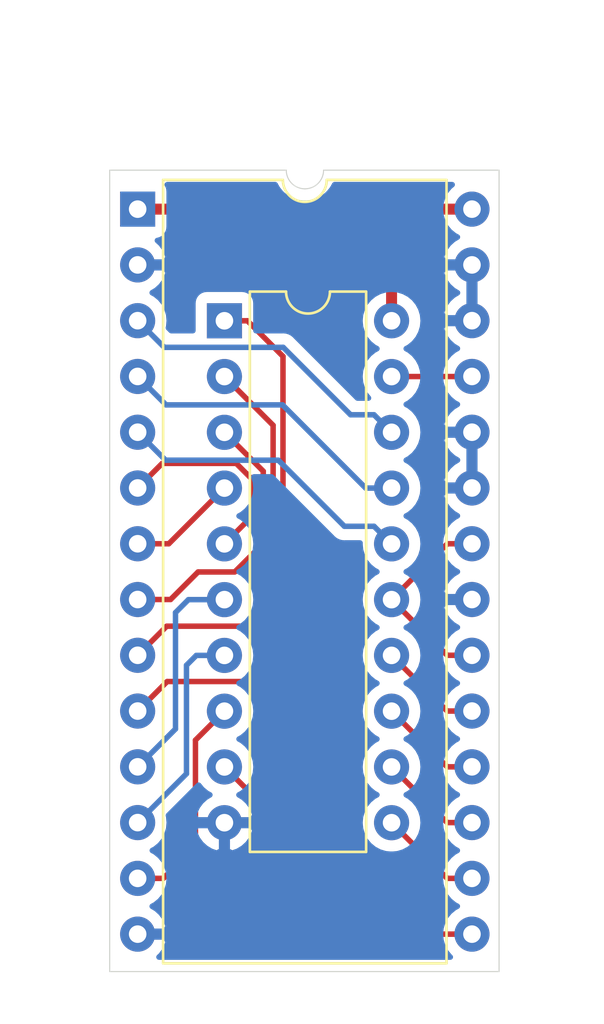
<source format=kicad_pcb>
(kicad_pcb (version 20171130) (host pcbnew "(5.1.4)-1")

  (general
    (thickness 1.6)
    (drawings 7)
    (tracks 71)
    (zones 0)
    (modules 2)
    (nets 21)
  )

  (page A4)
  (layers
    (0 F.Cu signal)
    (31 B.Cu signal)
    (32 B.Adhes user)
    (33 F.Adhes user)
    (34 B.Paste user)
    (35 F.Paste user)
    (36 B.SilkS user)
    (37 F.SilkS user)
    (38 B.Mask user)
    (39 F.Mask user)
    (40 Dwgs.User user)
    (41 Cmts.User user)
    (42 Eco1.User user)
    (43 Eco2.User user)
    (44 Edge.Cuts user)
    (45 Margin user)
    (46 B.CrtYd user)
    (47 F.CrtYd user)
    (48 B.Fab user)
    (49 F.Fab user)
  )

  (setup
    (last_trace_width 0.25)
    (trace_clearance 0.2)
    (zone_clearance 0.508)
    (zone_45_only no)
    (trace_min 0.2)
    (via_size 0.8)
    (via_drill 0.4)
    (via_min_size 0.4)
    (via_min_drill 0.3)
    (uvia_size 0.3)
    (uvia_drill 0.1)
    (uvias_allowed no)
    (uvia_min_size 0.2)
    (uvia_min_drill 0.1)
    (edge_width 0.05)
    (segment_width 0.2)
    (pcb_text_width 0.3)
    (pcb_text_size 1.5 1.5)
    (mod_edge_width 0.12)
    (mod_text_size 1 1)
    (mod_text_width 0.15)
    (pad_size 1.524 1.524)
    (pad_drill 0.762)
    (pad_to_mask_clearance 0.051)
    (solder_mask_min_width 0.25)
    (aux_axis_origin 0 0)
    (visible_elements FFFFFF7F)
    (pcbplotparams
      (layerselection 0x010fc_ffffffff)
      (usegerberextensions false)
      (usegerberattributes false)
      (usegerberadvancedattributes false)
      (creategerberjobfile false)
      (excludeedgelayer true)
      (linewidth 0.100000)
      (plotframeref false)
      (viasonmask false)
      (mode 1)
      (useauxorigin false)
      (hpglpennumber 1)
      (hpglpenspeed 20)
      (hpglpendiameter 15.000000)
      (psnegative false)
      (psa4output false)
      (plotreference true)
      (plotvalue true)
      (plotinvisibletext false)
      (padsonsilk false)
      (subtractmaskfromsilk false)
      (outputformat 1)
      (mirror false)
      (drillshape 0)
      (scaleselection 1)
      (outputdirectory "Gerbers/"))
  )

  (net 0 "")
  (net 1 +5V)
  (net 2 GND)
  (net 3 A8)
  (net 4 D3)
  (net 5 A7)
  (net 6 D2)
  (net 7 A6)
  (net 8 D1)
  (net 9 A5)
  (net 10 D0)
  (net 11 CE)
  (net 12 A4)
  (net 13 D7)
  (net 14 A3)
  (net 15 D6)
  (net 16 A2)
  (net 17 D5)
  (net 18 A1)
  (net 19 D4)
  (net 20 A0)

  (net_class Default "This is the default net class."
    (clearance 0.2)
    (trace_width 0.25)
    (via_dia 0.8)
    (via_drill 0.4)
    (uvia_dia 0.3)
    (uvia_drill 0.1)
    (add_net +5V)
    (add_net A0)
    (add_net A1)
    (add_net A2)
    (add_net A3)
    (add_net A4)
    (add_net A5)
    (add_net A6)
    (add_net A7)
    (add_net A8)
    (add_net CE)
    (add_net D0)
    (add_net D1)
    (add_net D2)
    (add_net D3)
    (add_net D4)
    (add_net D5)
    (add_net D6)
    (add_net D7)
    (add_net GND)
  )

  (module Housings_DIP:DIP-20_W7.62mm (layer F.Cu) (tedit 59C78D6B) (tstamp 60592323)
    (at 128.98 85.11)
    (descr "20-lead though-hole mounted DIP package, row spacing 7.62 mm (300 mils)")
    (tags "THT DIP DIL PDIP 2.54mm 7.62mm 300mil")
    (path /6059296A)
    (fp_text reference J1 (at 3.81 -2.33) (layer F.Fab)
      (effects (font (size 1 1) (thickness 0.15)))
    )
    (fp_text value Conn_02x10_Counter_Clockwise (at 3.81 25.19) (layer F.Fab)
      (effects (font (size 1 1) (thickness 0.15)))
    )
    (fp_text user %R (at 3.81 11.43) (layer F.Fab)
      (effects (font (size 1 1) (thickness 0.15)))
    )
    (fp_line (start 8.7 -1.55) (end -1.1 -1.55) (layer F.CrtYd) (width 0.05))
    (fp_line (start 8.7 24.4) (end 8.7 -1.55) (layer F.CrtYd) (width 0.05))
    (fp_line (start -1.1 24.4) (end 8.7 24.4) (layer F.CrtYd) (width 0.05))
    (fp_line (start -1.1 -1.55) (end -1.1 24.4) (layer F.CrtYd) (width 0.05))
    (fp_line (start 6.46 -1.33) (end 4.81 -1.33) (layer F.SilkS) (width 0.12))
    (fp_line (start 6.46 24.19) (end 6.46 -1.33) (layer F.SilkS) (width 0.12))
    (fp_line (start 1.16 24.19) (end 6.46 24.19) (layer F.SilkS) (width 0.12))
    (fp_line (start 1.16 -1.33) (end 1.16 24.19) (layer F.SilkS) (width 0.12))
    (fp_line (start 2.81 -1.33) (end 1.16 -1.33) (layer F.SilkS) (width 0.12))
    (fp_line (start 0.635 -0.27) (end 1.635 -1.27) (layer F.Fab) (width 0.1))
    (fp_line (start 0.635 24.13) (end 0.635 -0.27) (layer F.Fab) (width 0.1))
    (fp_line (start 6.985 24.13) (end 0.635 24.13) (layer F.Fab) (width 0.1))
    (fp_line (start 6.985 -1.27) (end 6.985 24.13) (layer F.Fab) (width 0.1))
    (fp_line (start 1.635 -1.27) (end 6.985 -1.27) (layer F.Fab) (width 0.1))
    (fp_arc (start 3.81 -1.33) (end 2.81 -1.33) (angle -180) (layer F.SilkS) (width 0.12))
    (pad 20 thru_hole oval (at 7.62 0) (size 1.6 1.6) (drill 0.8) (layers *.Cu *.Mask)
      (net 1 +5V))
    (pad 10 thru_hole oval (at 0 22.86) (size 1.6 1.6) (drill 0.8) (layers *.Cu *.Mask)
      (net 2 GND))
    (pad 19 thru_hole oval (at 7.62 2.54) (size 1.6 1.6) (drill 0.8) (layers *.Cu *.Mask)
      (net 3 A8))
    (pad 9 thru_hole oval (at 0 20.32) (size 1.6 1.6) (drill 0.8) (layers *.Cu *.Mask)
      (net 4 D3))
    (pad 18 thru_hole oval (at 7.62 5.08) (size 1.6 1.6) (drill 0.8) (layers *.Cu *.Mask)
      (net 5 A7))
    (pad 8 thru_hole oval (at 0 17.78) (size 1.6 1.6) (drill 0.8) (layers *.Cu *.Mask)
      (net 6 D2))
    (pad 17 thru_hole oval (at 7.62 7.62) (size 1.6 1.6) (drill 0.8) (layers *.Cu *.Mask)
      (net 7 A6))
    (pad 7 thru_hole oval (at 0 15.24) (size 1.6 1.6) (drill 0.8) (layers *.Cu *.Mask)
      (net 8 D1))
    (pad 16 thru_hole oval (at 7.62 10.16) (size 1.6 1.6) (drill 0.8) (layers *.Cu *.Mask)
      (net 9 A5))
    (pad 6 thru_hole oval (at 0 12.7) (size 1.6 1.6) (drill 0.8) (layers *.Cu *.Mask)
      (net 10 D0))
    (pad 15 thru_hole oval (at 7.62 12.7) (size 1.6 1.6) (drill 0.8) (layers *.Cu *.Mask)
      (net 11 CE))
    (pad 5 thru_hole oval (at 0 10.16) (size 1.6 1.6) (drill 0.8) (layers *.Cu *.Mask)
      (net 12 A4))
    (pad 14 thru_hole oval (at 7.62 15.24) (size 1.6 1.6) (drill 0.8) (layers *.Cu *.Mask)
      (net 13 D7))
    (pad 4 thru_hole oval (at 0 7.62) (size 1.6 1.6) (drill 0.8) (layers *.Cu *.Mask)
      (net 14 A3))
    (pad 13 thru_hole oval (at 7.62 17.78) (size 1.6 1.6) (drill 0.8) (layers *.Cu *.Mask)
      (net 15 D6))
    (pad 3 thru_hole oval (at 0 5.08) (size 1.6 1.6) (drill 0.8) (layers *.Cu *.Mask)
      (net 16 A2))
    (pad 12 thru_hole oval (at 7.62 20.32) (size 1.6 1.6) (drill 0.8) (layers *.Cu *.Mask)
      (net 17 D5))
    (pad 2 thru_hole oval (at 0 2.54) (size 1.6 1.6) (drill 0.8) (layers *.Cu *.Mask)
      (net 18 A1))
    (pad 11 thru_hole oval (at 7.62 22.86) (size 1.6 1.6) (drill 0.8) (layers *.Cu *.Mask)
      (net 19 D4))
    (pad 1 thru_hole rect (at 0 0) (size 1.6 1.6) (drill 0.8) (layers *.Cu *.Mask)
      (net 20 A0))
    (model ${KISYS3DMOD}/Housings_DIP.3dshapes/DIP-20_W7.62mm.wrl
      (at (xyz 0 0 0))
      (scale (xyz 1 1 1))
      (rotate (xyz 0 0 0))
    )
  )

  (module Housings_DIP:DIP-28_W15.24mm (layer F.Cu) (tedit 59C78D6C) (tstamp 60592353)
    (at 125.025001 80.025001)
    (descr "28-lead though-hole mounted DIP package, row spacing 15.24 mm (600 mils)")
    (tags "THT DIP DIL PDIP 2.54mm 15.24mm 600mil")
    (path /60591C4C)
    (fp_text reference U1 (at 7.62 -2.33) (layer F.Fab)
      (effects (font (size 1 1) (thickness 0.15)))
    )
    (fp_text value 27C256 (at 7.62 35.35) (layer F.Fab)
      (effects (font (size 1 1) (thickness 0.15)))
    )
    (fp_text user %R (at 7.62 16.51) (layer F.Fab)
      (effects (font (size 1 1) (thickness 0.15)))
    )
    (fp_line (start 16.3 -1.55) (end -1.05 -1.55) (layer F.CrtYd) (width 0.05))
    (fp_line (start 16.3 34.55) (end 16.3 -1.55) (layer F.CrtYd) (width 0.05))
    (fp_line (start -1.05 34.55) (end 16.3 34.55) (layer F.CrtYd) (width 0.05))
    (fp_line (start -1.05 -1.55) (end -1.05 34.55) (layer F.CrtYd) (width 0.05))
    (fp_line (start 14.08 -1.33) (end 8.62 -1.33) (layer F.SilkS) (width 0.12))
    (fp_line (start 14.08 34.35) (end 14.08 -1.33) (layer F.SilkS) (width 0.12))
    (fp_line (start 1.16 34.35) (end 14.08 34.35) (layer F.SilkS) (width 0.12))
    (fp_line (start 1.16 -1.33) (end 1.16 34.35) (layer F.SilkS) (width 0.12))
    (fp_line (start 6.62 -1.33) (end 1.16 -1.33) (layer F.SilkS) (width 0.12))
    (fp_line (start 0.255 -0.27) (end 1.255 -1.27) (layer F.Fab) (width 0.1))
    (fp_line (start 0.255 34.29) (end 0.255 -0.27) (layer F.Fab) (width 0.1))
    (fp_line (start 14.985 34.29) (end 0.255 34.29) (layer F.Fab) (width 0.1))
    (fp_line (start 14.985 -1.27) (end 14.985 34.29) (layer F.Fab) (width 0.1))
    (fp_line (start 1.255 -1.27) (end 14.985 -1.27) (layer F.Fab) (width 0.1))
    (fp_arc (start 7.62 -1.33) (end 6.62 -1.33) (angle -180) (layer F.SilkS) (width 0.12))
    (pad 28 thru_hole oval (at 15.24 0) (size 1.6 1.6) (drill 0.8) (layers *.Cu *.Mask)
      (net 1 +5V))
    (pad 14 thru_hole oval (at 0 33.02) (size 1.6 1.6) (drill 0.8) (layers *.Cu *.Mask)
      (net 2 GND))
    (pad 27 thru_hole oval (at 15.24 2.54) (size 1.6 1.6) (drill 0.8) (layers *.Cu *.Mask)
      (net 2 GND))
    (pad 13 thru_hole oval (at 0 30.48) (size 1.6 1.6) (drill 0.8) (layers *.Cu *.Mask)
      (net 6 D2))
    (pad 26 thru_hole oval (at 15.24 5.08) (size 1.6 1.6) (drill 0.8) (layers *.Cu *.Mask)
      (net 2 GND))
    (pad 12 thru_hole oval (at 0 27.94) (size 1.6 1.6) (drill 0.8) (layers *.Cu *.Mask)
      (net 8 D1))
    (pad 25 thru_hole oval (at 15.24 7.62) (size 1.6 1.6) (drill 0.8) (layers *.Cu *.Mask)
      (net 3 A8))
    (pad 11 thru_hole oval (at 0 25.4) (size 1.6 1.6) (drill 0.8) (layers *.Cu *.Mask)
      (net 10 D0))
    (pad 24 thru_hole oval (at 15.24 10.16) (size 1.6 1.6) (drill 0.8) (layers *.Cu *.Mask)
      (net 2 GND))
    (pad 10 thru_hole oval (at 0 22.86) (size 1.6 1.6) (drill 0.8) (layers *.Cu *.Mask)
      (net 20 A0))
    (pad 23 thru_hole oval (at 15.24 12.7) (size 1.6 1.6) (drill 0.8) (layers *.Cu *.Mask)
      (net 2 GND))
    (pad 9 thru_hole oval (at 0 20.32) (size 1.6 1.6) (drill 0.8) (layers *.Cu *.Mask)
      (net 18 A1))
    (pad 22 thru_hole oval (at 15.24 15.24) (size 1.6 1.6) (drill 0.8) (layers *.Cu *.Mask)
      (net 11 CE))
    (pad 8 thru_hole oval (at 0 17.78) (size 1.6 1.6) (drill 0.8) (layers *.Cu *.Mask)
      (net 16 A2))
    (pad 21 thru_hole oval (at 15.24 17.78) (size 1.6 1.6) (drill 0.8) (layers *.Cu *.Mask)
      (net 2 GND))
    (pad 7 thru_hole oval (at 0 15.24) (size 1.6 1.6) (drill 0.8) (layers *.Cu *.Mask)
      (net 14 A3))
    (pad 20 thru_hole oval (at 15.24 20.32) (size 1.6 1.6) (drill 0.8) (layers *.Cu *.Mask)
      (net 11 CE))
    (pad 6 thru_hole oval (at 0 12.7) (size 1.6 1.6) (drill 0.8) (layers *.Cu *.Mask)
      (net 12 A4))
    (pad 19 thru_hole oval (at 15.24 22.86) (size 1.6 1.6) (drill 0.8) (layers *.Cu *.Mask)
      (net 13 D7))
    (pad 5 thru_hole oval (at 0 10.16) (size 1.6 1.6) (drill 0.8) (layers *.Cu *.Mask)
      (net 9 A5))
    (pad 18 thru_hole oval (at 15.24 25.4) (size 1.6 1.6) (drill 0.8) (layers *.Cu *.Mask)
      (net 15 D6))
    (pad 4 thru_hole oval (at 0 7.62) (size 1.6 1.6) (drill 0.8) (layers *.Cu *.Mask)
      (net 7 A6))
    (pad 17 thru_hole oval (at 15.24 27.94) (size 1.6 1.6) (drill 0.8) (layers *.Cu *.Mask)
      (net 17 D5))
    (pad 3 thru_hole oval (at 0 5.08) (size 1.6 1.6) (drill 0.8) (layers *.Cu *.Mask)
      (net 5 A7))
    (pad 16 thru_hole oval (at 15.24 30.48) (size 1.6 1.6) (drill 0.8) (layers *.Cu *.Mask)
      (net 19 D4))
    (pad 2 thru_hole oval (at 0 2.54) (size 1.6 1.6) (drill 0.8) (layers *.Cu *.Mask)
      (net 2 GND))
    (pad 15 thru_hole oval (at 15.24 33.02) (size 1.6 1.6) (drill 0.8) (layers *.Cu *.Mask)
      (net 4 D3))
    (pad 1 thru_hole rect (at 0 0) (size 1.6 1.6) (drill 0.8) (layers *.Cu *.Mask)
      (net 1 +5V))
    (model ${KISYS3DMOD}/Housings_DIP.3dshapes/DIP-28_W15.24mm.wrl
      (at (xyz 0 0 0))
      (scale (xyz 1 1 1))
      (rotate (xyz 0 0 0))
    )
  )

  (gr_line (start 141.5 78.25) (end 133.5 78.25) (layer Edge.Cuts) (width 0.05) (tstamp 605BB2D5))
  (gr_arc (start 132.65 78.25) (end 131.8 78.25) (angle -90) (layer Edge.Cuts) (width 0.05) (tstamp 605BB2C7))
  (gr_arc (start 132.65 78.25) (end 132.65 79.1) (angle -90) (layer Edge.Cuts) (width 0.05))
  (gr_line (start 123.75 78.25) (end 123.75 114.75) (layer Edge.Cuts) (width 0.05) (tstamp 605BB2C5))
  (gr_line (start 131.8 78.25) (end 123.75 78.25) (layer Edge.Cuts) (width 0.05))
  (gr_line (start 141.5 114.75) (end 141.5 78.25) (layer Edge.Cuts) (width 0.05))
  (gr_line (start 123.75 114.75) (end 141.5 114.75) (layer Edge.Cuts) (width 0.05))

  (segment (start 140.265001 80.025001) (end 137.174999 80.025001) (width 0.5) (layer F.Cu) (net 1))
  (segment (start 136.6 80.6) (end 136.6 85.11) (width 0.5) (layer F.Cu) (net 1))
  (segment (start 137.174999 80.025001) (end 136.6 80.6) (width 0.5) (layer F.Cu) (net 1))
  (segment (start 137.174999 80.025001) (end 125.025001 80.025001) (width 0.5) (layer F.Cu) (net 1))
  (segment (start 140.260002 87.65) (end 140.265001 87.645001) (width 0.25) (layer F.Cu) (net 3))
  (segment (start 136.6 87.65) (end 140.260002 87.65) (width 0.25) (layer F.Cu) (net 3))
  (segment (start 136.595001 113.045001) (end 131.23 107.68) (width 0.25) (layer F.Cu) (net 4))
  (segment (start 140.265001 113.045001) (end 136.595001 113.045001) (width 0.25) (layer F.Cu) (net 4))
  (segment (start 131.23 107.68) (end 128.98 105.43) (width 0.25) (layer F.Cu) (net 4))
  (segment (start 135.800001 89.390001) (end 134.730001 89.390001) (width 0.25) (layer B.Cu) (net 5))
  (segment (start 136.6 90.19) (end 135.800001 89.390001) (width 0.25) (layer B.Cu) (net 5))
  (segment (start 134.730001 89.390001) (end 131.66 86.32) (width 0.25) (layer B.Cu) (net 5))
  (segment (start 126.24 86.32) (end 125.025001 85.105001) (width 0.25) (layer B.Cu) (net 5))
  (segment (start 131.66 86.32) (end 126.24 86.32) (width 0.25) (layer B.Cu) (net 5))
  (segment (start 126.194999 110.505001) (end 125.025001 110.505001) (width 0.25) (layer F.Cu) (net 6))
  (segment (start 127.66 109.04) (end 126.194999 110.505001) (width 0.25) (layer F.Cu) (net 6))
  (segment (start 128.98 102.89) (end 127.66 104.21) (width 0.25) (layer F.Cu) (net 6))
  (segment (start 127.66 104.21) (end 127.66 109.04) (width 0.25) (layer F.Cu) (net 6))
  (segment (start 136.6 92.73) (end 135.42 92.73) (width 0.25) (layer B.Cu) (net 7))
  (segment (start 135.42 92.73) (end 131.63 88.94) (width 0.25) (layer B.Cu) (net 7))
  (segment (start 126.32 88.94) (end 125.025001 87.645001) (width 0.25) (layer B.Cu) (net 7))
  (segment (start 131.63 88.94) (end 126.32 88.94) (width 0.25) (layer B.Cu) (net 7))
  (segment (start 125.025001 107.965001) (end 127.25 105.740002) (width 0.25) (layer B.Cu) (net 8))
  (segment (start 127.25 105.740002) (end 127.25 100.8) (width 0.25) (layer B.Cu) (net 8))
  (segment (start 127.7 100.35) (end 128.98 100.35) (width 0.25) (layer B.Cu) (net 8))
  (segment (start 127.25 100.8) (end 127.7 100.35) (width 0.25) (layer B.Cu) (net 8))
  (segment (start 135.800001 94.470001) (end 134.450001 94.470001) (width 0.25) (layer B.Cu) (net 9))
  (segment (start 136.6 95.27) (end 135.800001 94.470001) (width 0.25) (layer B.Cu) (net 9))
  (segment (start 134.450001 94.470001) (end 131.44 91.46) (width 0.25) (layer B.Cu) (net 9))
  (segment (start 126.3 91.46) (end 125.025001 90.185001) (width 0.25) (layer B.Cu) (net 9))
  (segment (start 131.44 91.46) (end 126.3 91.46) (width 0.25) (layer B.Cu) (net 9))
  (segment (start 126.75 103.700002) (end 125.025001 105.425001) (width 0.25) (layer B.Cu) (net 10))
  (segment (start 126.75 98.4) (end 126.75 103.700002) (width 0.25) (layer B.Cu) (net 10))
  (segment (start 128.98 97.81) (end 127.34 97.81) (width 0.25) (layer B.Cu) (net 10))
  (segment (start 127.34 97.81) (end 126.75 98.4) (width 0.25) (layer B.Cu) (net 10))
  (segment (start 139.144999 95.265001) (end 140.265001 95.265001) (width 0.25) (layer F.Cu) (net 11))
  (segment (start 136.6 97.81) (end 139.144999 95.265001) (width 0.25) (layer F.Cu) (net 11))
  (segment (start 139.135001 100.345001) (end 140.265001 100.345001) (width 0.25) (layer F.Cu) (net 11))
  (segment (start 136.6 97.81) (end 139.135001 100.345001) (width 0.25) (layer F.Cu) (net 11))
  (segment (start 129.520001 91.604999) (end 130.3 92.384998) (width 0.25) (layer F.Cu) (net 12))
  (segment (start 125.025001 92.725001) (end 126.145003 91.604999) (width 0.25) (layer F.Cu) (net 12))
  (segment (start 126.145003 91.604999) (end 129.520001 91.604999) (width 0.25) (layer F.Cu) (net 12))
  (segment (start 130.3 93.95) (end 128.98 95.27) (width 0.25) (layer F.Cu) (net 12))
  (segment (start 130.3 92.384998) (end 130.3 93.95) (width 0.25) (layer F.Cu) (net 12))
  (segment (start 139.135001 102.885001) (end 140.265001 102.885001) (width 0.25) (layer F.Cu) (net 13))
  (segment (start 136.6 100.35) (end 139.135001 102.885001) (width 0.25) (layer F.Cu) (net 13))
  (segment (start 126.444999 95.265001) (end 125.025001 95.265001) (width 0.25) (layer F.Cu) (net 14))
  (segment (start 128.98 92.73) (end 126.444999 95.265001) (width 0.25) (layer F.Cu) (net 14))
  (segment (start 139.135001 105.425001) (end 140.265001 105.425001) (width 0.25) (layer F.Cu) (net 15))
  (segment (start 136.6 102.89) (end 139.135001 105.425001) (width 0.25) (layer F.Cu) (net 15))
  (segment (start 126.524999 97.805001) (end 125.025001 97.805001) (width 0.25) (layer F.Cu) (net 16))
  (segment (start 127.78 96.55) (end 126.524999 97.805001) (width 0.25) (layer F.Cu) (net 16))
  (segment (start 129.45 96.55) (end 127.78 96.55) (width 0.25) (layer F.Cu) (net 16))
  (segment (start 130.75001 95.24999) (end 129.45 96.55) (width 0.25) (layer F.Cu) (net 16))
  (segment (start 128.98 90.19) (end 130.75001 91.96001) (width 0.25) (layer F.Cu) (net 16))
  (segment (start 130.75001 91.96001) (end 130.75001 95.24999) (width 0.25) (layer F.Cu) (net 16))
  (segment (start 139.135001 107.965001) (end 140.265001 107.965001) (width 0.25) (layer F.Cu) (net 17))
  (segment (start 136.6 105.43) (end 139.135001 107.965001) (width 0.25) (layer F.Cu) (net 17))
  (segment (start 126.350002 99.02) (end 125.025001 100.345001) (width 0.25) (layer F.Cu) (net 18))
  (segment (start 129.93 99.02) (end 126.350002 99.02) (width 0.25) (layer F.Cu) (net 18))
  (segment (start 131.20002 97.74998) (end 129.93 99.02) (width 0.25) (layer F.Cu) (net 18))
  (segment (start 128.98 87.65) (end 131.20002 89.87002) (width 0.25) (layer F.Cu) (net 18))
  (segment (start 131.20002 89.87002) (end 131.20002 97.74998) (width 0.25) (layer F.Cu) (net 18))
  (segment (start 139.135001 110.505001) (end 140.265001 110.505001) (width 0.25) (layer F.Cu) (net 19))
  (segment (start 136.6 107.97) (end 139.135001 110.505001) (width 0.25) (layer F.Cu) (net 19))
  (segment (start 126.370002 101.54) (end 125.025001 102.885001) (width 0.25) (layer F.Cu) (net 20))
  (segment (start 130.12 101.54) (end 126.370002 101.54) (width 0.25) (layer F.Cu) (net 20))
  (segment (start 131.65003 100.00997) (end 130.12 101.54) (width 0.25) (layer F.Cu) (net 20))
  (segment (start 131.65003 86.73003) (end 131.65003 100.00997) (width 0.25) (layer F.Cu) (net 20))
  (segment (start 128.98 85.11) (end 130.03 85.11) (width 0.25) (layer F.Cu) (net 20))
  (segment (start 130.03 85.11) (end 131.65003 86.73003) (width 0.25) (layer F.Cu) (net 20))

  (zone (net 2) (net_name GND) (layer B.Cu) (tstamp 605BB4BB) (hatch edge 0.508)
    (connect_pads (clearance 0.508))
    (min_thickness 0.254)
    (fill yes (arc_segments 32) (thermal_gap 0.508) (thermal_bridge_width 0.508))
    (polygon
      (pts
        (xy 143.1 116.8) (xy 121.6 117.15) (xy 118.75 70.5) (xy 146.3 71.7)
      )
    )
    (filled_polygon
      (pts
        (xy 131.36475 79.039226) (xy 131.398185 79.088795) (xy 131.430955 79.138873) (xy 131.43678 79.146014) (xy 131.542523 79.273836)
        (xy 131.584957 79.315975) (xy 131.62682 79.358724) (xy 131.633921 79.364598) (xy 131.762477 79.469446) (xy 131.812288 79.50254)
        (xy 131.86166 79.536346) (xy 131.869766 79.540729) (xy 132.016239 79.61861) (xy 132.07154 79.641403) (xy 132.126525 79.66497)
        (xy 132.135329 79.667695) (xy 132.294139 79.715643) (xy 132.352824 79.727263) (xy 132.411332 79.739699) (xy 132.420495 79.740662)
        (xy 132.420497 79.740662) (xy 132.585596 79.75685) (xy 132.614443 79.75685) (xy 132.643121 79.759964) (xy 132.652336 79.759996)
        (xy 132.65827 79.759975) (xy 132.686936 79.757062) (xy 132.71575 79.757263) (xy 132.724922 79.756364) (xy 132.889904 79.739024)
        (xy 132.948536 79.726989) (xy 133.00726 79.715787) (xy 133.01608 79.713124) (xy 133.016086 79.713122) (xy 133.174554 79.664068)
        (xy 133.229692 79.64089) (xy 133.285164 79.618478) (xy 133.2933 79.614152) (xy 133.439226 79.53525) (xy 133.488795 79.501815)
        (xy 133.538873 79.469045) (xy 133.546014 79.46322) (xy 133.673836 79.357477) (xy 133.715975 79.315043) (xy 133.758724 79.27318)
        (xy 133.764598 79.266079) (xy 133.869446 79.137523) (xy 133.90254 79.087712) (xy 133.936346 79.03834) (xy 133.940729 79.030234)
        (xy 134.004658 78.91) (xy 139.36163 78.91) (xy 139.245393 79.005393) (xy 139.066069 79.2239) (xy 138.932819 79.473193)
        (xy 138.850765 79.743692) (xy 138.823058 80.025001) (xy 138.850765 80.30631) (xy 138.932819 80.576809) (xy 139.066069 80.826102)
        (xy 139.245393 81.044609) (xy 139.4639 81.223933) (xy 139.601683 81.29758) (xy 139.40987 81.412616) (xy 139.201482 81.601587)
        (xy 139.033964 81.827581) (xy 138.913755 82.081914) (xy 138.873097 82.215962) (xy 138.995086 82.438001) (xy 140.138001 82.438001)
        (xy 140.138001 82.418001) (xy 140.392001 82.418001) (xy 140.392001 82.438001) (xy 140.412001 82.438001) (xy 140.412001 82.692001)
        (xy 140.392001 82.692001) (xy 140.392001 84.978001) (xy 140.412001 84.978001) (xy 140.412001 85.232001) (xy 140.392001 85.232001)
        (xy 140.392001 85.252001) (xy 140.138001 85.252001) (xy 140.138001 85.232001) (xy 138.995086 85.232001) (xy 138.873097 85.45404)
        (xy 138.913755 85.588088) (xy 139.033964 85.842421) (xy 139.201482 86.068415) (xy 139.40987 86.257386) (xy 139.601683 86.372422)
        (xy 139.4639 86.446069) (xy 139.245393 86.625393) (xy 139.066069 86.8439) (xy 138.932819 87.093193) (xy 138.850765 87.363692)
        (xy 138.823058 87.645001) (xy 138.850765 87.92631) (xy 138.932819 88.196809) (xy 139.066069 88.446102) (xy 139.245393 88.664609)
        (xy 139.4639 88.843933) (xy 139.601683 88.91758) (xy 139.40987 89.032616) (xy 139.201482 89.221587) (xy 139.033964 89.447581)
        (xy 138.913755 89.701914) (xy 138.873097 89.835962) (xy 138.995086 90.058001) (xy 140.138001 90.058001) (xy 140.138001 90.038001)
        (xy 140.392001 90.038001) (xy 140.392001 90.058001) (xy 140.412001 90.058001) (xy 140.412001 90.312001) (xy 140.392001 90.312001)
        (xy 140.392001 92.598001) (xy 140.412001 92.598001) (xy 140.412001 92.852001) (xy 140.392001 92.852001) (xy 140.392001 92.872001)
        (xy 140.138001 92.872001) (xy 140.138001 92.852001) (xy 138.995086 92.852001) (xy 138.873097 93.07404) (xy 138.913755 93.208088)
        (xy 139.033964 93.462421) (xy 139.201482 93.688415) (xy 139.40987 93.877386) (xy 139.601683 93.992422) (xy 139.4639 94.066069)
        (xy 139.245393 94.245393) (xy 139.066069 94.4639) (xy 138.932819 94.713193) (xy 138.850765 94.983692) (xy 138.823058 95.265001)
        (xy 138.850765 95.54631) (xy 138.932819 95.816809) (xy 139.066069 96.066102) (xy 139.245393 96.284609) (xy 139.4639 96.463933)
        (xy 139.601683 96.53758) (xy 139.40987 96.652616) (xy 139.201482 96.841587) (xy 139.033964 97.067581) (xy 138.913755 97.321914)
        (xy 138.873097 97.455962) (xy 138.995086 97.678001) (xy 140.138001 97.678001) (xy 140.138001 97.658001) (xy 140.392001 97.658001)
        (xy 140.392001 97.678001) (xy 140.412001 97.678001) (xy 140.412001 97.932001) (xy 140.392001 97.932001) (xy 140.392001 97.952001)
        (xy 140.138001 97.952001) (xy 140.138001 97.932001) (xy 138.995086 97.932001) (xy 138.873097 98.15404) (xy 138.913755 98.288088)
        (xy 139.033964 98.542421) (xy 139.201482 98.768415) (xy 139.40987 98.957386) (xy 139.601683 99.072422) (xy 139.4639 99.146069)
        (xy 139.245393 99.325393) (xy 139.066069 99.5439) (xy 138.932819 99.793193) (xy 138.850765 100.063692) (xy 138.823058 100.345001)
        (xy 138.850765 100.62631) (xy 138.932819 100.896809) (xy 139.066069 101.146102) (xy 139.245393 101.364609) (xy 139.4639 101.543933)
        (xy 139.596859 101.615001) (xy 139.4639 101.686069) (xy 139.245393 101.865393) (xy 139.066069 102.0839) (xy 138.932819 102.333193)
        (xy 138.850765 102.603692) (xy 138.823058 102.885001) (xy 138.850765 103.16631) (xy 138.932819 103.436809) (xy 139.066069 103.686102)
        (xy 139.245393 103.904609) (xy 139.4639 104.083933) (xy 139.596859 104.155001) (xy 139.4639 104.226069) (xy 139.245393 104.405393)
        (xy 139.066069 104.6239) (xy 138.932819 104.873193) (xy 138.850765 105.143692) (xy 138.823058 105.425001) (xy 138.850765 105.70631)
        (xy 138.932819 105.976809) (xy 139.066069 106.226102) (xy 139.245393 106.444609) (xy 139.4639 106.623933) (xy 139.596859 106.695001)
        (xy 139.4639 106.766069) (xy 139.245393 106.945393) (xy 139.066069 107.1639) (xy 138.932819 107.413193) (xy 138.850765 107.683692)
        (xy 138.823058 107.965001) (xy 138.850765 108.24631) (xy 138.932819 108.516809) (xy 139.066069 108.766102) (xy 139.245393 108.984609)
        (xy 139.4639 109.163933) (xy 139.596859 109.235001) (xy 139.4639 109.306069) (xy 139.245393 109.485393) (xy 139.066069 109.7039)
        (xy 138.932819 109.953193) (xy 138.850765 110.223692) (xy 138.823058 110.505001) (xy 138.850765 110.78631) (xy 138.932819 111.056809)
        (xy 139.066069 111.306102) (xy 139.245393 111.524609) (xy 139.4639 111.703933) (xy 139.596859 111.775001) (xy 139.4639 111.846069)
        (xy 139.245393 112.025393) (xy 139.066069 112.2439) (xy 138.932819 112.493193) (xy 138.850765 112.763692) (xy 138.823058 113.045001)
        (xy 138.850765 113.32631) (xy 138.932819 113.596809) (xy 139.066069 113.846102) (xy 139.245393 114.064609) (xy 139.276332 114.09)
        (xy 125.998552 114.09) (xy 126.08852 114.008415) (xy 126.256038 113.782421) (xy 126.376247 113.528088) (xy 126.416905 113.39404)
        (xy 126.294916 113.172001) (xy 125.152001 113.172001) (xy 125.152001 113.192001) (xy 124.898001 113.192001) (xy 124.898001 113.172001)
        (xy 124.878001 113.172001) (xy 124.878001 112.918001) (xy 124.898001 112.918001) (xy 124.898001 112.898001) (xy 125.152001 112.898001)
        (xy 125.152001 112.918001) (xy 126.294916 112.918001) (xy 126.416905 112.695962) (xy 126.376247 112.561914) (xy 126.256038 112.307581)
        (xy 126.08852 112.081587) (xy 125.880132 111.892616) (xy 125.688319 111.77758) (xy 125.826102 111.703933) (xy 126.044609 111.524609)
        (xy 126.223933 111.306102) (xy 126.357183 111.056809) (xy 126.439237 110.78631) (xy 126.466944 110.505001) (xy 126.439237 110.223692)
        (xy 126.357183 109.953193) (xy 126.223933 109.7039) (xy 126.044609 109.485393) (xy 125.826102 109.306069) (xy 125.693143 109.235001)
        (xy 125.826102 109.163933) (xy 126.044609 108.984609) (xy 126.223933 108.766102) (xy 126.357183 108.516809) (xy 126.417175 108.319039)
        (xy 127.588096 108.319039) (xy 127.628754 108.453087) (xy 127.748963 108.70742) (xy 127.916481 108.933414) (xy 128.124869 109.122385)
        (xy 128.366119 109.26707) (xy 128.63096 109.361909) (xy 128.853 109.240624) (xy 128.853 108.097) (xy 129.107 108.097)
        (xy 129.107 109.240624) (xy 129.32904 109.361909) (xy 129.593881 109.26707) (xy 129.835131 109.122385) (xy 130.043519 108.933414)
        (xy 130.211037 108.70742) (xy 130.331246 108.453087) (xy 130.371904 108.319039) (xy 130.249915 108.097) (xy 129.107 108.097)
        (xy 128.853 108.097) (xy 127.710085 108.097) (xy 127.588096 108.319039) (xy 126.417175 108.319039) (xy 126.439237 108.24631)
        (xy 126.466944 107.965001) (xy 126.439237 107.683692) (xy 126.425709 107.639095) (xy 127.761004 106.3038) (xy 127.790001 106.280003)
        (xy 127.805601 106.260994) (xy 127.960392 106.449608) (xy 128.178899 106.628932) (xy 128.316682 106.702579) (xy 128.124869 106.817615)
        (xy 127.916481 107.006586) (xy 127.748963 107.23258) (xy 127.628754 107.486913) (xy 127.588096 107.620961) (xy 127.710085 107.843)
        (xy 128.853 107.843) (xy 128.853 107.823) (xy 129.107 107.823) (xy 129.107 107.843) (xy 130.249915 107.843)
        (xy 130.371904 107.620961) (xy 130.331246 107.486913) (xy 130.211037 107.23258) (xy 130.043519 107.006586) (xy 129.835131 106.817615)
        (xy 129.643318 106.702579) (xy 129.781101 106.628932) (xy 129.999608 106.449608) (xy 130.178932 106.231101) (xy 130.312182 105.981808)
        (xy 130.394236 105.711309) (xy 130.421943 105.43) (xy 130.394236 105.148691) (xy 130.312182 104.878192) (xy 130.178932 104.628899)
        (xy 129.999608 104.410392) (xy 129.781101 104.231068) (xy 129.648142 104.16) (xy 129.781101 104.088932) (xy 129.999608 103.909608)
        (xy 130.178932 103.691101) (xy 130.312182 103.441808) (xy 130.394236 103.171309) (xy 130.421943 102.89) (xy 130.394236 102.608691)
        (xy 130.312182 102.338192) (xy 130.178932 102.088899) (xy 129.999608 101.870392) (xy 129.781101 101.691068) (xy 129.648142 101.62)
        (xy 129.781101 101.548932) (xy 129.999608 101.369608) (xy 130.178932 101.151101) (xy 130.312182 100.901808) (xy 130.394236 100.631309)
        (xy 130.421943 100.35) (xy 130.394236 100.068691) (xy 130.312182 99.798192) (xy 130.178932 99.548899) (xy 129.999608 99.330392)
        (xy 129.781101 99.151068) (xy 129.648142 99.08) (xy 129.781101 99.008932) (xy 129.999608 98.829608) (xy 130.178932 98.611101)
        (xy 130.312182 98.361808) (xy 130.394236 98.091309) (xy 130.421943 97.81) (xy 130.394236 97.528691) (xy 130.312182 97.258192)
        (xy 130.178932 97.008899) (xy 129.999608 96.790392) (xy 129.781101 96.611068) (xy 129.648142 96.54) (xy 129.781101 96.468932)
        (xy 129.999608 96.289608) (xy 130.178932 96.071101) (xy 130.312182 95.821808) (xy 130.394236 95.551309) (xy 130.421943 95.27)
        (xy 130.394236 94.988691) (xy 130.312182 94.718192) (xy 130.178932 94.468899) (xy 129.999608 94.250392) (xy 129.781101 94.071068)
        (xy 129.648142 94) (xy 129.781101 93.928932) (xy 129.999608 93.749608) (xy 130.178932 93.531101) (xy 130.312182 93.281808)
        (xy 130.394236 93.011309) (xy 130.421943 92.73) (xy 130.394236 92.448691) (xy 130.324864 92.22) (xy 131.125199 92.22)
        (xy 133.886201 94.981003) (xy 133.91 95.010002) (xy 134.025725 95.104975) (xy 134.157754 95.175547) (xy 134.301015 95.219004)
        (xy 134.412668 95.230001) (xy 134.412677 95.230001) (xy 134.45 95.233677) (xy 134.487323 95.230001) (xy 135.161997 95.230001)
        (xy 135.158057 95.27) (xy 135.185764 95.551309) (xy 135.267818 95.821808) (xy 135.401068 96.071101) (xy 135.580392 96.289608)
        (xy 135.798899 96.468932) (xy 135.931858 96.54) (xy 135.798899 96.611068) (xy 135.580392 96.790392) (xy 135.401068 97.008899)
        (xy 135.267818 97.258192) (xy 135.185764 97.528691) (xy 135.158057 97.81) (xy 135.185764 98.091309) (xy 135.267818 98.361808)
        (xy 135.401068 98.611101) (xy 135.580392 98.829608) (xy 135.798899 99.008932) (xy 135.931858 99.08) (xy 135.798899 99.151068)
        (xy 135.580392 99.330392) (xy 135.401068 99.548899) (xy 135.267818 99.798192) (xy 135.185764 100.068691) (xy 135.158057 100.35)
        (xy 135.185764 100.631309) (xy 135.267818 100.901808) (xy 135.401068 101.151101) (xy 135.580392 101.369608) (xy 135.798899 101.548932)
        (xy 135.931858 101.62) (xy 135.798899 101.691068) (xy 135.580392 101.870392) (xy 135.401068 102.088899) (xy 135.267818 102.338192)
        (xy 135.185764 102.608691) (xy 135.158057 102.89) (xy 135.185764 103.171309) (xy 135.267818 103.441808) (xy 135.401068 103.691101)
        (xy 135.580392 103.909608) (xy 135.798899 104.088932) (xy 135.931858 104.16) (xy 135.798899 104.231068) (xy 135.580392 104.410392)
        (xy 135.401068 104.628899) (xy 135.267818 104.878192) (xy 135.185764 105.148691) (xy 135.158057 105.43) (xy 135.185764 105.711309)
        (xy 135.267818 105.981808) (xy 135.401068 106.231101) (xy 135.580392 106.449608) (xy 135.798899 106.628932) (xy 135.931858 106.7)
        (xy 135.798899 106.771068) (xy 135.580392 106.950392) (xy 135.401068 107.168899) (xy 135.267818 107.418192) (xy 135.185764 107.688691)
        (xy 135.158057 107.97) (xy 135.185764 108.251309) (xy 135.267818 108.521808) (xy 135.401068 108.771101) (xy 135.580392 108.989608)
        (xy 135.798899 109.168932) (xy 136.048192 109.302182) (xy 136.318691 109.384236) (xy 136.529508 109.405) (xy 136.670492 109.405)
        (xy 136.881309 109.384236) (xy 137.151808 109.302182) (xy 137.401101 109.168932) (xy 137.619608 108.989608) (xy 137.798932 108.771101)
        (xy 137.932182 108.521808) (xy 138.014236 108.251309) (xy 138.041943 107.97) (xy 138.014236 107.688691) (xy 137.932182 107.418192)
        (xy 137.798932 107.168899) (xy 137.619608 106.950392) (xy 137.401101 106.771068) (xy 137.268142 106.7) (xy 137.401101 106.628932)
        (xy 137.619608 106.449608) (xy 137.798932 106.231101) (xy 137.932182 105.981808) (xy 138.014236 105.711309) (xy 138.041943 105.43)
        (xy 138.014236 105.148691) (xy 137.932182 104.878192) (xy 137.798932 104.628899) (xy 137.619608 104.410392) (xy 137.401101 104.231068)
        (xy 137.268142 104.16) (xy 137.401101 104.088932) (xy 137.619608 103.909608) (xy 137.798932 103.691101) (xy 137.932182 103.441808)
        (xy 138.014236 103.171309) (xy 138.041943 102.89) (xy 138.014236 102.608691) (xy 137.932182 102.338192) (xy 137.798932 102.088899)
        (xy 137.619608 101.870392) (xy 137.401101 101.691068) (xy 137.268142 101.62) (xy 137.401101 101.548932) (xy 137.619608 101.369608)
        (xy 137.798932 101.151101) (xy 137.932182 100.901808) (xy 138.014236 100.631309) (xy 138.041943 100.35) (xy 138.014236 100.068691)
        (xy 137.932182 99.798192) (xy 137.798932 99.548899) (xy 137.619608 99.330392) (xy 137.401101 99.151068) (xy 137.268142 99.08)
        (xy 137.401101 99.008932) (xy 137.619608 98.829608) (xy 137.798932 98.611101) (xy 137.932182 98.361808) (xy 138.014236 98.091309)
        (xy 138.041943 97.81) (xy 138.014236 97.528691) (xy 137.932182 97.258192) (xy 137.798932 97.008899) (xy 137.619608 96.790392)
        (xy 137.401101 96.611068) (xy 137.268142 96.54) (xy 137.401101 96.468932) (xy 137.619608 96.289608) (xy 137.798932 96.071101)
        (xy 137.932182 95.821808) (xy 138.014236 95.551309) (xy 138.041943 95.27) (xy 138.014236 94.988691) (xy 137.932182 94.718192)
        (xy 137.798932 94.468899) (xy 137.619608 94.250392) (xy 137.401101 94.071068) (xy 137.268142 94) (xy 137.401101 93.928932)
        (xy 137.619608 93.749608) (xy 137.798932 93.531101) (xy 137.932182 93.281808) (xy 138.014236 93.011309) (xy 138.041943 92.73)
        (xy 138.014236 92.448691) (xy 137.932182 92.178192) (xy 137.798932 91.928899) (xy 137.619608 91.710392) (xy 137.401101 91.531068)
        (xy 137.268142 91.46) (xy 137.401101 91.388932) (xy 137.619608 91.209608) (xy 137.798932 90.991101) (xy 137.932182 90.741808)
        (xy 137.995206 90.53404) (xy 138.873097 90.53404) (xy 138.913755 90.668088) (xy 139.033964 90.922421) (xy 139.201482 91.148415)
        (xy 139.40987 91.337386) (xy 139.605983 91.455001) (xy 139.40987 91.572616) (xy 139.201482 91.761587) (xy 139.033964 91.987581)
        (xy 138.913755 92.241914) (xy 138.873097 92.375962) (xy 138.995086 92.598001) (xy 140.138001 92.598001) (xy 140.138001 90.312001)
        (xy 138.995086 90.312001) (xy 138.873097 90.53404) (xy 137.995206 90.53404) (xy 138.014236 90.471309) (xy 138.041943 90.19)
        (xy 138.014236 89.908691) (xy 137.932182 89.638192) (xy 137.798932 89.388899) (xy 137.619608 89.170392) (xy 137.401101 88.991068)
        (xy 137.268142 88.92) (xy 137.401101 88.848932) (xy 137.619608 88.669608) (xy 137.798932 88.451101) (xy 137.932182 88.201808)
        (xy 138.014236 87.931309) (xy 138.041943 87.65) (xy 138.014236 87.368691) (xy 137.932182 87.098192) (xy 137.798932 86.848899)
        (xy 137.619608 86.630392) (xy 137.401101 86.451068) (xy 137.268142 86.38) (xy 137.401101 86.308932) (xy 137.619608 86.129608)
        (xy 137.798932 85.911101) (xy 137.932182 85.661808) (xy 138.014236 85.391309) (xy 138.041943 85.11) (xy 138.014236 84.828691)
        (xy 137.932182 84.558192) (xy 137.798932 84.308899) (xy 137.619608 84.090392) (xy 137.401101 83.911068) (xy 137.151808 83.777818)
        (xy 136.881309 83.695764) (xy 136.670492 83.675) (xy 136.529508 83.675) (xy 136.318691 83.695764) (xy 136.048192 83.777818)
        (xy 135.798899 83.911068) (xy 135.580392 84.090392) (xy 135.401068 84.308899) (xy 135.267818 84.558192) (xy 135.185764 84.828691)
        (xy 135.158057 85.11) (xy 135.185764 85.391309) (xy 135.267818 85.661808) (xy 135.401068 85.911101) (xy 135.580392 86.129608)
        (xy 135.798899 86.308932) (xy 135.931858 86.38) (xy 135.798899 86.451068) (xy 135.580392 86.630392) (xy 135.401068 86.848899)
        (xy 135.267818 87.098192) (xy 135.185764 87.368691) (xy 135.158057 87.65) (xy 135.185764 87.931309) (xy 135.267818 88.201808)
        (xy 135.401068 88.451101) (xy 135.547887 88.630001) (xy 135.044803 88.630001) (xy 132.223804 85.809003) (xy 132.200001 85.779999)
        (xy 132.084276 85.685026) (xy 131.952247 85.614454) (xy 131.808986 85.570997) (xy 131.697333 85.56) (xy 131.697322 85.56)
        (xy 131.66 85.556324) (xy 131.622678 85.56) (xy 130.418072 85.56) (xy 130.418072 84.31) (xy 130.405812 84.185518)
        (xy 130.369502 84.06582) (xy 130.310537 83.955506) (xy 130.231185 83.858815) (xy 130.134494 83.779463) (xy 130.02418 83.720498)
        (xy 129.904482 83.684188) (xy 129.78 83.671928) (xy 128.18 83.671928) (xy 128.055518 83.684188) (xy 127.93582 83.720498)
        (xy 127.825506 83.779463) (xy 127.728815 83.858815) (xy 127.649463 83.955506) (xy 127.590498 84.06582) (xy 127.554188 84.185518)
        (xy 127.541928 84.31) (xy 127.541928 85.56) (xy 126.554802 85.56) (xy 126.425709 85.430907) (xy 126.439237 85.38631)
        (xy 126.466944 85.105001) (xy 126.439237 84.823692) (xy 126.357183 84.553193) (xy 126.223933 84.3039) (xy 126.044609 84.085393)
        (xy 125.826102 83.906069) (xy 125.688319 83.832422) (xy 125.880132 83.717386) (xy 126.08852 83.528415) (xy 126.256038 83.302421)
        (xy 126.376247 83.048088) (xy 126.416905 82.91404) (xy 138.873097 82.91404) (xy 138.913755 83.048088) (xy 139.033964 83.302421)
        (xy 139.201482 83.528415) (xy 139.40987 83.717386) (xy 139.605983 83.835001) (xy 139.40987 83.952616) (xy 139.201482 84.141587)
        (xy 139.033964 84.367581) (xy 138.913755 84.621914) (xy 138.873097 84.755962) (xy 138.995086 84.978001) (xy 140.138001 84.978001)
        (xy 140.138001 82.692001) (xy 138.995086 82.692001) (xy 138.873097 82.91404) (xy 126.416905 82.91404) (xy 126.294916 82.692001)
        (xy 125.152001 82.692001) (xy 125.152001 82.712001) (xy 124.898001 82.712001) (xy 124.898001 82.692001) (xy 124.878001 82.692001)
        (xy 124.878001 82.438001) (xy 124.898001 82.438001) (xy 124.898001 82.418001) (xy 125.152001 82.418001) (xy 125.152001 82.438001)
        (xy 126.294916 82.438001) (xy 126.416905 82.215962) (xy 126.376247 82.081914) (xy 126.256038 81.827581) (xy 126.08852 81.601587)
        (xy 125.924921 81.453232) (xy 125.949483 81.450813) (xy 126.069181 81.414503) (xy 126.179495 81.355538) (xy 126.276186 81.276186)
        (xy 126.355538 81.179495) (xy 126.414503 81.069181) (xy 126.450813 80.949483) (xy 126.463073 80.825001) (xy 126.463073 79.225001)
        (xy 126.450813 79.100519) (xy 126.414503 78.980821) (xy 126.376648 78.91) (xy 131.294878 78.91)
      )
    )
  )
)

</source>
